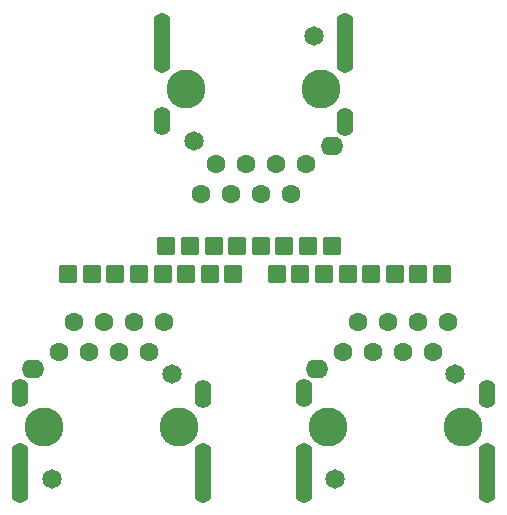
<source format=gbr>
G04 #@! TF.GenerationSoftware,KiCad,Pcbnew,(6.0.4-0)*
G04 #@! TF.CreationDate,2022-05-30T10:48:12+01:00*
G04 #@! TF.ProjectId,InterlockSplitterCombiner06,496e7465-726c-46f6-936b-53706c697474,rev?*
G04 #@! TF.SameCoordinates,Original*
G04 #@! TF.FileFunction,Soldermask,Bot*
G04 #@! TF.FilePolarity,Negative*
%FSLAX46Y46*%
G04 Gerber Fmt 4.6, Leading zero omitted, Abs format (unit mm)*
G04 Created by KiCad (PCBNEW (6.0.4-0)) date 2022-05-30 10:48:12*
%MOMM*%
%LPD*%
G01*
G04 APERTURE LIST*
G04 Aperture macros list*
%AMRoundRect*
0 Rectangle with rounded corners*
0 $1 Rounding radius*
0 $2 $3 $4 $5 $6 $7 $8 $9 X,Y pos of 4 corners*
0 Add a 4 corners polygon primitive as box body*
4,1,4,$2,$3,$4,$5,$6,$7,$8,$9,$2,$3,0*
0 Add four circle primitives for the rounded corners*
1,1,$1+$1,$2,$3*
1,1,$1+$1,$4,$5*
1,1,$1+$1,$6,$7*
1,1,$1+$1,$8,$9*
0 Add four rect primitives between the rounded corners*
20,1,$1+$1,$2,$3,$4,$5,0*
20,1,$1+$1,$4,$5,$6,$7,0*
20,1,$1+$1,$6,$7,$8,$9,0*
20,1,$1+$1,$8,$9,$2,$3,0*%
G04 Aperture macros list end*
%ADD10C,1.652000*%
%ADD11C,3.302000*%
%ADD12C,1.602000*%
%ADD13O,1.402000X5.102000*%
%ADD14O,1.902000X1.602000*%
%ADD15O,1.402000X2.402000*%
%ADD16RoundRect,0.051000X0.675000X-0.675000X0.675000X0.675000X-0.675000X0.675000X-0.675000X-0.675000X0*%
%ADD17RoundRect,0.051000X-0.675000X0.675000X-0.675000X-0.675000X0.675000X-0.675000X0.675000X0.675000X0*%
G04 APERTURE END LIST*
D10*
X165040000Y-49800000D03*
X154880000Y-58690000D03*
D11*
X165670000Y-54250000D03*
X154240000Y-54250000D03*
D12*
X164400000Y-60600000D03*
X163130000Y-63140000D03*
X161860000Y-60600000D03*
X160590000Y-63140000D03*
X159320000Y-60600000D03*
X158050000Y-63140000D03*
X156780000Y-60600000D03*
X155510000Y-63140000D03*
D13*
X152200000Y-50350000D03*
D14*
X166600000Y-59100000D03*
D13*
X167700000Y-50350000D03*
D15*
X152200000Y-57000000D03*
X167700000Y-57100000D03*
D11*
X153660000Y-82850000D03*
D10*
X153020000Y-78410000D03*
X142860000Y-87300000D03*
D11*
X142230000Y-82850000D03*
D12*
X143500000Y-76500000D03*
X144770000Y-73960000D03*
X146040000Y-76500000D03*
X147310000Y-73960000D03*
X148580000Y-76500000D03*
X149850000Y-73960000D03*
X151120000Y-76500000D03*
X152390000Y-73960000D03*
D15*
X140200000Y-80000000D03*
X155700000Y-80100000D03*
D13*
X155700000Y-86750000D03*
X140200000Y-86750000D03*
D14*
X141300000Y-78000000D03*
D11*
X166230000Y-82850000D03*
D10*
X177020000Y-78410000D03*
X166860000Y-87300000D03*
D11*
X177660000Y-82850000D03*
D12*
X167500000Y-76500000D03*
X168770000Y-73960000D03*
X170040000Y-76500000D03*
X171310000Y-73960000D03*
X172580000Y-76500000D03*
X173850000Y-73960000D03*
X175120000Y-76500000D03*
X176390000Y-73960000D03*
D15*
X179700000Y-80100000D03*
D13*
X164200000Y-86750000D03*
X179700000Y-86750000D03*
D14*
X165300000Y-78000000D03*
D15*
X164200000Y-80000000D03*
D16*
X166562500Y-67600000D03*
X164562500Y-67600000D03*
X162562500Y-67600000D03*
X160562500Y-67600000D03*
X158562500Y-67600000D03*
X156562500Y-67600000D03*
X154562500Y-67600000D03*
X152562500Y-67600000D03*
D17*
X161900000Y-69900000D03*
X163900000Y-69900000D03*
X165900000Y-69900000D03*
X167900000Y-69900000D03*
X169900000Y-69900000D03*
X171900000Y-69900000D03*
X173900000Y-69900000D03*
X175900000Y-69900000D03*
X144237500Y-69900000D03*
X146237500Y-69900000D03*
X148237500Y-69900000D03*
X150237500Y-69900000D03*
X152237500Y-69900000D03*
X154237500Y-69900000D03*
X156237500Y-69900000D03*
X158237500Y-69900000D03*
M02*

</source>
